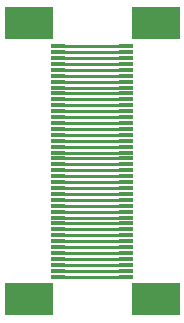
<source format=gtl>
G04*
G04 #@! TF.GenerationSoftware,Altium Limited,Altium Designer,18.1.9 (240)*
G04*
G04 Layer_Physical_Order=1*
G04 Layer_Color=3162822*
%FSLAX44Y44*%
%MOMM*%
G71*
G01*
G75*
%ADD11R,1.2000X0.3000*%
%ADD12R,4.1000X2.7000*%
%ADD15C,0.2500*%
D11*
X110100Y40000D02*
D03*
Y45002D02*
D03*
Y50000D02*
D03*
Y55001D02*
D03*
Y60000D02*
D03*
Y65001D02*
D03*
Y70000D02*
D03*
Y75001D02*
D03*
Y80000D02*
D03*
Y85001D02*
D03*
Y90000D02*
D03*
Y95001D02*
D03*
Y100000D02*
D03*
Y105001D02*
D03*
Y110000D02*
D03*
Y115001D02*
D03*
Y120000D02*
D03*
Y125001D02*
D03*
Y130000D02*
D03*
Y135001D02*
D03*
Y140000D02*
D03*
Y145001D02*
D03*
Y150000D02*
D03*
Y155001D02*
D03*
Y160000D02*
D03*
Y165001D02*
D03*
Y170000D02*
D03*
Y175001D02*
D03*
Y180000D02*
D03*
Y185001D02*
D03*
Y190000D02*
D03*
Y195001D02*
D03*
Y200000D02*
D03*
Y205001D02*
D03*
Y210000D02*
D03*
Y215001D02*
D03*
Y220000D02*
D03*
Y225001D02*
D03*
Y230000D02*
D03*
Y235001D02*
D03*
X52400Y235000D02*
D03*
Y229999D02*
D03*
Y225000D02*
D03*
Y219999D02*
D03*
Y215000D02*
D03*
Y209999D02*
D03*
Y205000D02*
D03*
Y199999D02*
D03*
Y195000D02*
D03*
Y189999D02*
D03*
Y185000D02*
D03*
Y179999D02*
D03*
Y175001D02*
D03*
Y169999D02*
D03*
Y165001D02*
D03*
Y159999D02*
D03*
Y155001D02*
D03*
Y149999D02*
D03*
Y145001D02*
D03*
Y139999D02*
D03*
Y135001D02*
D03*
Y129999D02*
D03*
Y125001D02*
D03*
Y119999D02*
D03*
Y115001D02*
D03*
Y109999D02*
D03*
Y105001D02*
D03*
Y99999D02*
D03*
Y95001D02*
D03*
Y90000D02*
D03*
Y85001D02*
D03*
Y79999D02*
D03*
Y75001D02*
D03*
Y69999D02*
D03*
Y65001D02*
D03*
Y59999D02*
D03*
Y55001D02*
D03*
Y49999D02*
D03*
Y45001D02*
D03*
Y40000D02*
D03*
D12*
X135000Y20701D02*
D03*
Y254300D02*
D03*
X27500Y254299D02*
D03*
Y20701D02*
D03*
D15*
X54800Y55001D02*
X110000D01*
X54800Y50000D02*
X110000D01*
X54800Y45002D02*
X110000D01*
X54800Y40000D02*
X110000D01*
X54800Y115001D02*
X110000D01*
X54800Y110000D02*
X110000D01*
X54800Y105001D02*
X110000D01*
X54800Y100000D02*
X110000D01*
X54800Y80000D02*
X110000D01*
X54800Y85001D02*
X110000D01*
X54800Y90000D02*
X110000D01*
X54800Y95001D02*
X110000D01*
X54800Y60000D02*
X110000D01*
X54800Y65001D02*
X110000D01*
X54800Y70000D02*
X110000D01*
X54800Y75001D02*
X110000D01*
X54800Y175001D02*
X110000D01*
X54800Y170000D02*
X110000D01*
X54800Y165001D02*
X110000D01*
X54800Y160000D02*
X110000D01*
X54800Y140000D02*
X110000D01*
X54800Y145001D02*
X110000D01*
X54800Y150000D02*
X110000D01*
X54800Y155001D02*
X110000D01*
X54800Y120000D02*
X110000D01*
X54800Y125001D02*
X110000D01*
X54800Y130000D02*
X110000D01*
X54800Y135001D02*
X110000D01*
X54800Y195001D02*
X110000D01*
X54800Y190000D02*
X110000D01*
X54800Y185001D02*
X110000D01*
X54800Y180000D02*
X110000D01*
X54800Y215001D02*
X110000D01*
X54800Y210000D02*
X110000D01*
X54800Y205001D02*
X110000D01*
X54800Y200000D02*
X110000D01*
X54800Y220000D02*
X110000D01*
X54800Y225001D02*
X110000D01*
X54800Y230000D02*
X110000D01*
X54800Y235001D02*
X110000D01*
M02*

</source>
